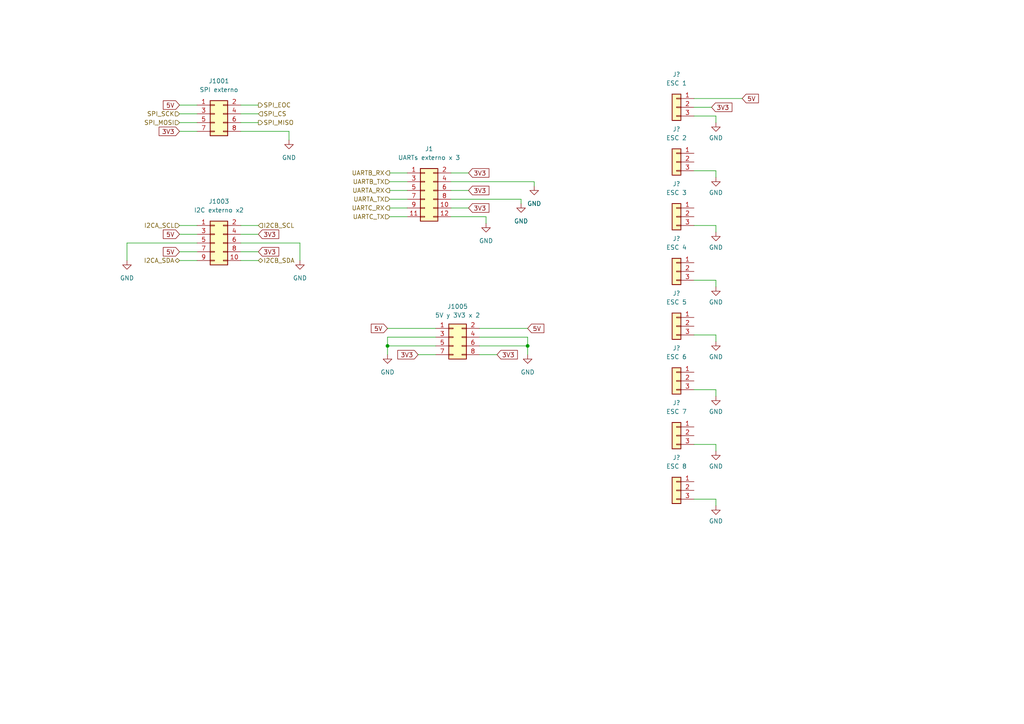
<source format=kicad_sch>
(kicad_sch (version 20211123) (generator eeschema)
  (paper "A4")
  (lib_symbols
    (symbol "Connector_Generic:Conn_01x03" (pin_names (offset 1.016) hide)
      (property "Reference" "J" (at 0 5.08 0))
      (property "Value" "Conn_01x03" (at 0 -5.08 0))
      (symbol "Conn_01x03_1_1"
        (rectangle (start -1.27 -2.413) (end 0 -2.667) (stroke (width 0.1524)))
        (rectangle (start -1.27 0.127) (end 0 -0.127) (stroke (width 0.1524)))
        (rectangle (start -1.27 2.667) (end 0 2.413) (stroke (width 0.1524)))
        (rectangle (start -1.27 3.81) (end 1.27 -3.81) (stroke (width 0.254)) (fill (type background)))
        (pin passive line (at -5.08 2.54 0) (length 3.81) (name "Pin_1") (number "1"))
        (pin passive line (at -5.08 0 0) (length 3.81) (name "Pin_2") (number "2"))
        (pin passive line (at -5.08 -2.54 0) (length 3.81) (name "Pin_3") (number "3"))
      )
    )
    (symbol "Connector_Generic:Conn_02x04_Odd_Even" (pin_names (offset 1.016) hide)
      (property "Reference" "J" (at 1.27 5.08 0))
      (property "Value" "Conn_02x04_Odd_Even" (at 1.27 -7.62 0))
      (symbol "Conn_02x04_Odd_Even_1_1"
        (rectangle (start -1.27 -4.953) (end 0 -5.207) (stroke (width 0.1524)))
        (rectangle (start -1.27 -2.413) (end 0 -2.667) (stroke (width 0.1524)))
        (rectangle (start -1.27 0.127) (end 0 -0.127) (stroke (width 0.1524)))
        (rectangle (start -1.27 2.667) (end 0 2.413) (stroke (width 0.1524)))
        (rectangle (start -1.27 3.81) (end 3.81 -6.35) (stroke (width 0.254)) (fill (type background)))
        (rectangle (start 3.81 -4.953) (end 2.54 -5.207) (stroke (width 0.1524)))
        (rectangle (start 3.81 -2.413) (end 2.54 -2.667) (stroke (width 0.1524)))
        (rectangle (start 3.81 0.127) (end 2.54 -0.127) (stroke (width 0.1524)))
        (rectangle (start 3.81 2.667) (end 2.54 2.413) (stroke (width 0.1524)))
        (pin passive line (at -5.08 2.54 0) (length 3.81) (name "Pin_1") (number "1"))
        (pin passive line (at 7.62 2.54 180) (length 3.81) (name "Pin_2") (number "2"))
        (pin passive line (at -5.08 0 0) (length 3.81) (name "Pin_3") (number "3"))
        (pin passive line (at 7.62 0 180) (length 3.81) (name "Pin_4") (number "4"))
        (pin passive line (at -5.08 -2.54 0) (length 3.81) (name "Pin_5") (number "5"))
        (pin passive line (at 7.62 -2.54 180) (length 3.81) (name "Pin_6") (number "6"))
        (pin passive line (at -5.08 -5.08 0) (length 3.81) (name "Pin_7") (number "7"))
        (pin passive line (at 7.62 -5.08 180) (length 3.81) (name "Pin_8") (number "8"))
      )
    )
    (symbol "Connector_Generic:Conn_02x05_Odd_Even" (pin_names (offset 1.016) hide)
      (property "Reference" "J" (at 1.27 7.62 0))
      (property "Value" "Conn_02x05_Odd_Even" (at 1.27 -7.62 0))
      (symbol "Conn_02x05_Odd_Even_1_1"
        (rectangle (start -1.27 -4.953) (end 0 -5.207) (stroke (width 0.1524)))
        (rectangle (start -1.27 -2.413) (end 0 -2.667) (stroke (width 0.1524)))
        (rectangle (start -1.27 0.127) (end 0 -0.127) (stroke (width 0.1524)))
        (rectangle (start -1.27 2.667) (end 0 2.413) (stroke (width 0.1524)))
        (rectangle (start -1.27 5.207) (end 0 4.953) (stroke (width 0.1524)))
        (rectangle (start -1.27 6.35) (end 3.81 -6.35) (stroke (width 0.254)) (fill (type background)))
        (rectangle (start 3.81 -4.953) (end 2.54 -5.207) (stroke (width 0.1524)))
        (rectangle (start 3.81 -2.413) (end 2.54 -2.667) (stroke (width 0.1524)))
        (rectangle (start 3.81 0.127) (end 2.54 -0.127) (stroke (width 0.1524)))
        (rectangle (start 3.81 2.667) (end 2.54 2.413) (stroke (width 0.1524)))
        (rectangle (start 3.81 5.207) (end 2.54 4.953) (stroke (width 0.1524)))
        (pin passive line (at -5.08 5.08 0) (length 3.81) (name "Pin_1") (number "1"))
        (pin passive line (at 7.62 -5.08 180) (length 3.81) (name "Pin_10") (number "10"))
        (pin passive line (at 7.62 5.08 180) (length 3.81) (name "Pin_2") (number "2"))
        (pin passive line (at -5.08 2.54 0) (length 3.81) (name "Pin_3") (number "3"))
        (pin passive line (at 7.62 2.54 180) (length 3.81) (name "Pin_4") (number "4"))
        (pin passive line (at -5.08 0 0) (length 3.81) (name "Pin_5") (number "5"))
        (pin passive line (at 7.62 0 180) (length 3.81) (name "Pin_6") (number "6"))
        (pin passive line (at -5.08 -2.54 0) (length 3.81) (name "Pin_7") (number "7"))
        (pin passive line (at 7.62 -2.54 180) (length 3.81) (name "Pin_8") (number "8"))
        (pin passive line (at -5.08 -5.08 0) (length 3.81) (name "Pin_9") (number "9"))
      )
    )
    (symbol "Connector_Generic:Conn_02x06_Odd_Even" (pin_names (offset 1.016) hide)
      (property "Reference" "J" (at 1.27 7.62 0))
      (property "Value" "Conn_02x06_Odd_Even" (at 1.27 -10.16 0))
      (symbol "Conn_02x06_Odd_Even_1_1"
        (rectangle (start -1.27 -7.493) (end 0 -7.747) (stroke (width 0.1524)))
        (rectangle (start -1.27 -4.953) (end 0 -5.207) (stroke (width 0.1524)))
        (rectangle (start -1.27 -2.413) (end 0 -2.667) (stroke (width 0.1524)))
        (rectangle (start -1.27 0.127) (end 0 -0.127) (stroke (width 0.1524)))
        (rectangle (start -1.27 2.667) (end 0 2.413) (stroke (width 0.1524)))
        (rectangle (start -1.27 5.207) (end 0 4.953) (stroke (width 0.1524)))
        (rectangle (start -1.27 6.35) (end 3.81 -8.89) (stroke (width 0.254)) (fill (type background)))
        (rectangle (start 3.81 -7.493) (end 2.54 -7.747) (stroke (width 0.1524)))
        (rectangle (start 3.81 -4.953) (end 2.54 -5.207) (stroke (width 0.1524)))
        (rectangle (start 3.81 -2.413) (end 2.54 -2.667) (stroke (width 0.1524)))
        (rectangle (start 3.81 0.127) (end 2.54 -0.127) (stroke (width 0.1524)))
        (rectangle (start 3.81 2.667) (end 2.54 2.413) (stroke (width 0.1524)))
        (rectangle (start 3.81 5.207) (end 2.54 4.953) (stroke (width 0.1524)))
        (pin passive line (at -5.08 5.08 0) (length 3.81) (name "Pin_1") (number "1"))
        (pin passive line (at 7.62 -5.08 180) (length 3.81) (name "Pin_10") (number "10"))
        (pin passive line (at -5.08 -7.62 0) (length 3.81) (name "Pin_11") (number "11"))
        (pin passive line (at 7.62 -7.62 180) (length 3.81) (name "Pin_12") (number "12"))
        (pin passive line (at 7.62 5.08 180) (length 3.81) (name "Pin_2") (number "2"))
        (pin passive line (at -5.08 2.54 0) (length 3.81) (name "Pin_3") (number "3"))
        (pin passive line (at 7.62 2.54 180) (length 3.81) (name "Pin_4") (number "4"))
        (pin passive line (at -5.08 0 0) (length 3.81) (name "Pin_5") (number "5"))
        (pin passive line (at 7.62 0 180) (length 3.81) (name "Pin_6") (number "6"))
        (pin passive line (at -5.08 -2.54 0) (length 3.81) (name "Pin_7") (number "7"))
        (pin passive line (at 7.62 -2.54 180) (length 3.81) (name "Pin_8") (number "8"))
        (pin passive line (at -5.08 -5.08 0) (length 3.81) (name "Pin_9") (number "9"))
      )
    )
    (symbol "power:GND" (power) (pin_names (offset 0))
      (property "Value" "GND" (at 0 -3.81 0))
      (symbol "GND_0_1"
        (polyline (pts (xy 0 0) (xy 0 -1.27) (xy 1.27 -1.27) (xy 0 -2.54) (xy -1.27 -1.27) (xy 0 -1.27)))
      )
      (symbol "GND_1_1"
        (pin power_in line (at 0 0 270) (length 0) hide (name "GND") (number "1"))
      )
    )
  )
  (junction (at 153.035 100.33))
  (junction (at 112.395 100.33))
  (wire (pts (xy 207.645 97.155) (xy 201.295 97.155)))
  (wire (pts (xy 86.995 70.485) (xy 86.995 75.565)))
  (wire (pts (xy 126.365 97.79) (xy 112.395 97.79)))
  (wire (pts (xy 52.07 30.48) (xy 57.15 30.48)))
  (wire (pts (xy 74.93 75.565) (xy 69.85 75.565)))
  (wire (pts (xy 52.07 67.945) (xy 57.15 67.945)))
  (wire (pts (xy 153.035 95.25) (xy 139.065 95.25)))
  (wire (pts (xy 69.85 38.1) (xy 83.82 38.1)))
  (wire (pts (xy 52.07 65.405) (xy 57.15 65.405)))
  (wire (pts (xy 207.645 51.435) (xy 207.645 49.53)))
  (wire (pts (xy 130.81 57.785) (xy 151.13 57.785)))
  (wire (pts (xy 215.265 28.575) (xy 201.295 28.575)))
  (wire (pts (xy 52.07 75.565) (xy 57.15 75.565)))
  (wire (pts (xy 207.645 99.06) (xy 207.645 97.155)))
  (wire (pts (xy 139.065 100.33) (xy 153.035 100.33)))
  (wire (pts (xy 130.81 62.865) (xy 140.97 62.865)))
  (wire (pts (xy 207.645 49.53) (xy 201.295 49.53)))
  (wire (pts (xy 207.645 128.905) (xy 201.295 128.905)))
  (wire (pts (xy 83.82 38.1) (xy 83.82 40.64)))
  (wire (pts (xy 69.85 70.485) (xy 86.995 70.485)))
  (wire (pts (xy 52.07 35.56) (xy 57.15 35.56)))
  (wire (pts (xy 130.81 50.165) (xy 135.89 50.165)))
  (wire (pts (xy 113.03 57.785) (xy 118.11 57.785)))
  (wire (pts (xy 130.81 52.705) (xy 154.94 52.705)))
  (wire (pts (xy 69.85 35.56) (xy 74.93 35.56)))
  (wire (pts (xy 154.94 53.975) (xy 154.94 52.705)))
  (wire (pts (xy 139.065 97.79) (xy 153.035 97.79)))
  (wire (pts (xy 151.13 59.055) (xy 151.13 57.785)))
  (wire (pts (xy 135.89 60.325) (xy 130.81 60.325)))
  (wire (pts (xy 69.85 30.48) (xy 74.93 30.48)))
  (wire (pts (xy 207.645 144.78) (xy 201.295 144.78)))
  (wire (pts (xy 207.645 33.655) (xy 201.295 33.655)))
  (wire (pts (xy 206.375 31.115) (xy 201.295 31.115)))
  (wire (pts (xy 74.93 67.945) (xy 69.85 67.945)))
  (wire (pts (xy 113.03 55.245) (xy 118.11 55.245)))
  (wire (pts (xy 153.035 97.79) (xy 153.035 100.33)))
  (wire (pts (xy 69.85 33.02) (xy 74.93 33.02)))
  (wire (pts (xy 207.645 114.935) (xy 207.645 113.03)))
  (wire (pts (xy 112.395 97.79) (xy 112.395 100.33)))
  (wire (pts (xy 207.645 130.81) (xy 207.645 128.905)))
  (wire (pts (xy 207.645 35.56) (xy 207.645 33.655)))
  (wire (pts (xy 36.83 70.485) (xy 57.15 70.485)))
  (wire (pts (xy 140.97 62.865) (xy 140.97 64.77)))
  (wire (pts (xy 135.89 55.245) (xy 130.81 55.245)))
  (wire (pts (xy 207.645 65.405) (xy 201.295 65.405)))
  (wire (pts (xy 69.85 65.405) (xy 74.93 65.405)))
  (wire (pts (xy 113.03 50.165) (xy 118.11 50.165)))
  (wire (pts (xy 112.395 100.33) (xy 112.395 102.87)))
  (wire (pts (xy 112.395 100.33) (xy 126.365 100.33)))
  (wire (pts (xy 207.645 113.03) (xy 201.295 113.03)))
  (wire (pts (xy 74.93 73.025) (xy 69.85 73.025)))
  (wire (pts (xy 112.395 95.25) (xy 126.365 95.25)))
  (wire (pts (xy 121.285 102.87) (xy 126.365 102.87)))
  (wire (pts (xy 207.645 81.28) (xy 201.295 81.28)))
  (wire (pts (xy 144.145 102.87) (xy 139.065 102.87)))
  (wire (pts (xy 207.645 67.31) (xy 207.645 65.405)))
  (wire (pts (xy 153.035 100.33) (xy 153.035 102.87)))
  (wire (pts (xy 36.83 75.565) (xy 36.83 70.485)))
  (wire (pts (xy 52.07 73.025) (xy 57.15 73.025)))
  (wire (pts (xy 52.07 33.02) (xy 57.15 33.02)))
  (wire (pts (xy 113.03 52.705) (xy 118.11 52.705)))
  (wire (pts (xy 52.07 38.1) (xy 57.15 38.1)))
  (wire (pts (xy 207.645 83.185) (xy 207.645 81.28)))
  (wire (pts (xy 113.03 62.865) (xy 118.11 62.865)))
  (wire (pts (xy 113.03 60.325) (xy 118.11 60.325)))
  (wire (pts (xy 207.645 146.685) (xy 207.645 144.78)))
  (global_label "3V3" (shape input) (at 74.93 73.025 0) (property "Intersheet References" "${INTERSHEET_REFS}" (effects hide)))
  (global_label "5V" (shape input) (at 112.395 95.25 180) (property "Intersheet References" "${INTERSHEET_REFS}" (effects hide)))
  (global_label "3V3" (shape input) (at 74.93 67.945 0) (property "Intersheet References" "${INTERSHEET_REFS}" (effects hide)))
  (global_label "3V3" (shape input) (at 135.89 50.165 0) (property "Intersheet References" "${INTERSHEET_REFS}" (effects hide)))
  (global_label "5V" (shape input) (at 153.035 95.25 0) (property "Intersheet References" "${INTERSHEET_REFS}" (effects hide)))
  (global_label "5V" (shape input) (at 215.265 28.575 0) (property "Intersheet References" "${INTERSHEET_REFS}" (effects hide)))
  (global_label "5V" (shape input) (at 52.07 30.48 180) (property "Intersheet References" "${INTERSHEET_REFS}" (effects hide)))
  (global_label "5V" (shape input) (at 52.07 67.945 180) (property "Intersheet References" "${INTERSHEET_REFS}" (effects hide)))
  (global_label "3V3" (shape input) (at 135.89 60.325 0) (property "Intersheet References" "${INTERSHEET_REFS}" (effects hide)))
  (global_label "3V3" (shape input) (at 121.285 102.87 180) (property "Intersheet References" "${INTERSHEET_REFS}" (effects hide)))
  (global_label "3V3" (shape input) (at 144.145 102.87 0) (property "Intersheet References" "${INTERSHEET_REFS}" (effects hide)))
  (global_label "3V3" (shape input) (at 52.07 38.1 180) (property "Intersheet References" "${INTERSHEET_REFS}" (effects hide)))
  (global_label "5V" (shape input) (at 52.07 73.025 180) (property "Intersheet References" "${INTERSHEET_REFS}" (effects hide)))
  (global_label "3V3" (shape input) (at 135.89 55.245 0) (property "Intersheet References" "${INTERSHEET_REFS}" (effects hide)))
  (global_label "3V3" (shape input) (at 206.375 31.115 0) (property "Intersheet References" "${INTERSHEET_REFS}" (effects hide)))
  (hierarchical_label "UARTC_RX" (shape output) (at 113.03 60.325 180))
  (hierarchical_label "SPI_MOSI" (shape input) (at 52.07 35.56 180))
  (hierarchical_label "SPI_EOC" (shape output) (at 74.93 30.48 0))
  (hierarchical_label "UARTC_TX" (shape input) (at 113.03 62.865 180))
  (hierarchical_label "UARTB_RX" (shape output) (at 113.03 50.165 180))
  (hierarchical_label "SPI_CS" (shape input) (at 74.93 33.02 0))
  (hierarchical_label "I2CB_SDA" (shape bidirectional) (at 74.93 75.565 0))
  (hierarchical_label "UARTA_RX" (shape output) (at 113.03 55.245 180))
  (hierarchical_label "UARTA_TX" (shape input) (at 113.03 57.785 180))
  (hierarchical_label "I2CA_SCL" (shape input) (at 52.07 65.405 180))
  (hierarchical_label "SPI_MISO" (shape output) (at 74.93 35.56 0))
  (hierarchical_label "SPI_SCK" (shape input) (at 52.07 33.02 180))
  (hierarchical_label "I2CA_SDA" (shape bidirectional) (at 52.07 75.565 180))
  (hierarchical_label "I2CB_SCL" (shape input) (at 74.93 65.405 0))
  (hierarchical_label "UARTB_TX" (shape input) (at 113.03 52.705 180))
  (symbol (lib_id "Connector_Generic:Conn_01x03") (at 196.215 46.99 0) (mirror y) (unit 1)
    (property "Reference" "J?" (at 196.215 37.465 0))
    (property "Value" "ESC 2" (at 196.215 40.005 0))
    (property "Footprint" "TSW-101-08-G-T-RA:SAMTEC_TSW-101-08-G-T-RA" (effects hide))
  )
  (symbol (lib_id "Connector_Generic:Conn_02x05_Odd_Even") (at 62.23 70.485 0) (unit 1)
    (property "Reference" "J1003" (at 63.5 58.42 0))
    (property "Value" "I2C externo x2" (at 63.5 60.96 0))
    (property "Footprint" "Connector_PinHeader_2.54mm:PinHeader_2x05_P2.54mm_Horizontal" (effects hide))
  )
  (symbol (lib_id "power:GND") (at 153.035 102.87 0) (unit 1)
    (property "Reference" "#PWR0174" (effects hide))
    (property "Value" "GND" (at 153.035 107.95 0))
  )
  (symbol (lib_id "Connector_Generic:Conn_01x03") (at 196.215 110.49 0) (mirror y) (unit 1)
    (property "Reference" "J?" (at 196.215 100.965 0))
    (property "Value" "ESC 6" (at 196.215 103.505 0))
    (property "Footprint" "TSW-101-08-G-T-RA:SAMTEC_TSW-101-08-G-T-RA" (effects hide))
  )
  (symbol (lib_id "power:GND") (at 154.94 53.975 0) (unit 1)
    (property "Reference" "#PWR0166" (effects hide))
    (property "Value" "GND" (at 154.94 59.055 0))
  )
  (symbol (lib_id "power:GND") (at 207.645 130.81 0) (unit 1)
    (property "Reference" "#PWR?" (effects hide))
    (property "Value" "GND" (at 207.645 135.255 0))
  )
  (symbol (lib_id "Connector_Generic:Conn_02x04_Odd_Even") (at 62.23 33.02 0) (unit 1)
    (property "Reference" "J1001" (at 63.5 23.495 0))
    (property "Value" "SPI externo" (at 63.5 26.035 0))
    (property "Footprint" "Connector_PinHeader_2.54mm:PinHeader_2x04_P2.54mm_Horizontal" (effects hide))
  )
  (symbol (lib_id "power:GND") (at 83.82 40.64 0) (unit 1)
    (property "Reference" "#PWR0172" (effects hide))
    (property "Value" "GND" (at 83.82 45.72 0))
  )
  (symbol (lib_id "power:GND") (at 36.83 75.565 0) (mirror y) (unit 1)
    (property "Reference" "#PWR0171" (effects hide))
    (property "Value" "GND" (at 36.83 80.645 0))
  )
  (symbol (lib_id "power:GND") (at 207.645 35.56 0) (unit 1)
    (property "Reference" "#PWR?" (effects hide))
    (property "Value" "GND" (at 207.645 40.005 0))
  )
  (symbol (lib_id "Connector_Generic:Conn_01x03") (at 196.215 142.24 0) (mirror y) (unit 1)
    (property "Reference" "J?" (at 196.215 132.715 0))
    (property "Value" "ESC 8" (at 196.215 135.255 0))
    (property "Footprint" "TSW-101-08-G-T-RA:SAMTEC_TSW-101-08-G-T-RA" (effects hide))
  )
  (symbol (lib_id "Connector_Generic:Conn_01x03") (at 196.215 94.615 0) (mirror y) (unit 1)
    (property "Reference" "J?" (at 196.215 85.09 0))
    (property "Value" "ESC 5" (at 196.215 87.63 0))
    (property "Footprint" "TSW-101-08-G-T-RA:SAMTEC_TSW-101-08-G-T-RA" (effects hide))
  )
  (symbol (lib_id "Connector_Generic:Conn_02x06_Odd_Even") (at 123.19 55.245 0) (unit 1)
    (property "Reference" "J1" (at 124.46 43.18 0))
    (property "Value" "UARTs externo x 3" (at 124.46 45.72 0))
    (property "Footprint" "Connector_PinHeader_2.54mm:PinHeader_2x06_P2.54mm_Horizontal" (effects hide))
  )
  (symbol (lib_id "power:GND") (at 207.645 146.685 0) (unit 1)
    (property "Reference" "#PWR?" (effects hide))
    (property "Value" "GND" (at 207.645 151.13 0))
  )
  (symbol (lib_id "Connector_Generic:Conn_02x04_Odd_Even") (at 131.445 97.79 0) (unit 1)
    (property "Reference" "J1005" (at 132.715 88.9 0))
    (property "Value" "5V y 3V3 x 2" (at 132.715 91.44 0))
    (property "Footprint" "Connector_PinHeader_2.54mm:PinHeader_2x04_P2.54mm_Horizontal" (effects hide))
  )
  (symbol (lib_id "Connector_Generic:Conn_01x03") (at 196.215 62.865 0) (mirror y) (unit 1)
    (property "Reference" "J?" (at 196.215 53.34 0))
    (property "Value" "ESC 3" (at 196.215 55.88 0))
    (property "Footprint" "TSW-101-08-G-T-RA:SAMTEC_TSW-101-08-G-T-RA" (effects hide))
  )
  (symbol (lib_id "power:GND") (at 207.645 114.935 0) (unit 1)
    (property "Reference" "#PWR?" (effects hide))
    (property "Value" "GND" (at 207.645 119.38 0))
  )
  (symbol (lib_id "power:GND") (at 207.645 51.435 0) (unit 1)
    (property "Reference" "#PWR?" (effects hide))
    (property "Value" "GND" (at 207.645 55.88 0))
  )
  (symbol (lib_id "power:GND") (at 207.645 83.185 0) (unit 1)
    (property "Reference" "#PWR?" (effects hide))
    (property "Value" "GND" (at 207.645 87.63 0))
  )
  (symbol (lib_id "power:GND") (at 140.97 64.77 0) (unit 1)
    (property "Reference" "#PWR0168" (effects hide))
    (property "Value" "GND" (at 140.97 69.85 0))
  )
  (symbol (lib_id "power:GND") (at 207.645 99.06 0) (unit 1)
    (property "Reference" "#PWR?" (effects hide))
    (property "Value" "GND" (at 207.645 103.505 0))
  )
  (symbol (lib_id "power:GND") (at 207.645 67.31 0) (unit 1)
    (property "Reference" "#PWR?" (effects hide))
    (property "Value" "GND" (at 207.645 71.755 0))
  )
  (symbol (lib_id "Connector_Generic:Conn_01x03") (at 196.215 31.115 0) (mirror y) (unit 1)
    (property "Reference" "J?" (at 196.215 21.59 0))
    (property "Value" "ESC 1" (at 196.215 24.13 0))
    (property "Footprint" "TSW-101-08-G-T-RA:SAMTEC_TSW-101-08-G-T-RA" (effects hide))
  )
  (symbol (lib_id "Connector_Generic:Conn_01x03") (at 196.215 126.365 0) (mirror y) (unit 1)
    (property "Reference" "J?" (at 196.215 116.84 0))
    (property "Value" "ESC 7" (at 196.215 119.38 0))
    (property "Footprint" "TSW-101-08-G-T-RA:SAMTEC_TSW-101-08-G-T-RA" (effects hide))
  )
  (symbol (lib_id "Connector_Generic:Conn_01x03") (at 196.215 78.74 0) (mirror y) (unit 1)
    (property "Reference" "J?" (at 196.215 69.215 0))
    (property "Value" "ESC 4" (at 196.215 71.755 0))
    (property "Footprint" "TSW-101-08-G-T-RA:SAMTEC_TSW-101-08-G-T-RA" (effects hide))
  )
  (symbol (lib_id "power:GND") (at 86.995 75.565 0) (unit 1)
    (property "Reference" "#PWR0170" (effects hide))
    (property "Value" "GND" (at 86.995 80.645 0))
  )
  (symbol (lib_id "power:GND") (at 112.395 102.87 0) (mirror y) (unit 1)
    (property "Reference" "#PWR0173" (effects hide))
    (property "Value" "GND" (at 112.395 107.95 0))
  )
  (symbol (lib_id "power:GND") (at 151.13 59.055 0) (mirror y) (unit 1)
    (property "Reference" "#PWR0169" (effects hide))
    (property "Value" "GND" (at 151.13 64.135 0))
  )
)
</source>
